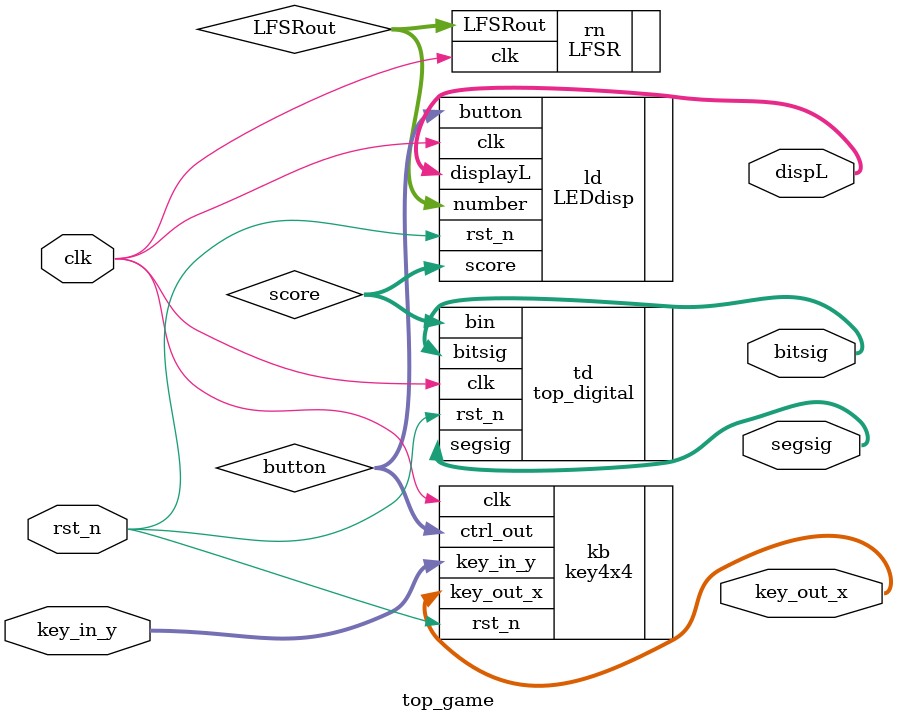
<source format=v>
module top_game(clk,rst_n,dispL,key_in_y,key_out_x,segsig,bitsig);
input clk;
input rst_n;
input [3:0] key_in_y;
output [3:0] key_out_x;
output [7:0] dispL;
output [7:0] segsig;
output [5:0] bitsig;
wire [2:0] LFSRout;
//wire new_clk;
wire [5:0] score;
//output start;
wire [7:0] button;
//wire rst_n;

LFSR rn(
	.clk(clk),
	.LFSRout(LFSRout)
	);

key4x4 kb(
	.clk(clk),
	.rst_n(rst_n),
	.key_in_y(key_in_y),
	.key_out_x(key_out_x),
	.ctrl_out(button)
	//.rst_out(rst_n)
	);

LEDdisp ld(
	.number(LFSRout),
	.displayL(dispL),
	.rst_n(rst_n),
	.clk(clk),
	.button(button),
	.score(score)
	);
	
top_digital td(
		.clk(clk),
		.rst_n(rst_n),
		.bin(score),
		.segsig(segsig),
		.bitsig(bitsig)
	);

endmodule



</source>
